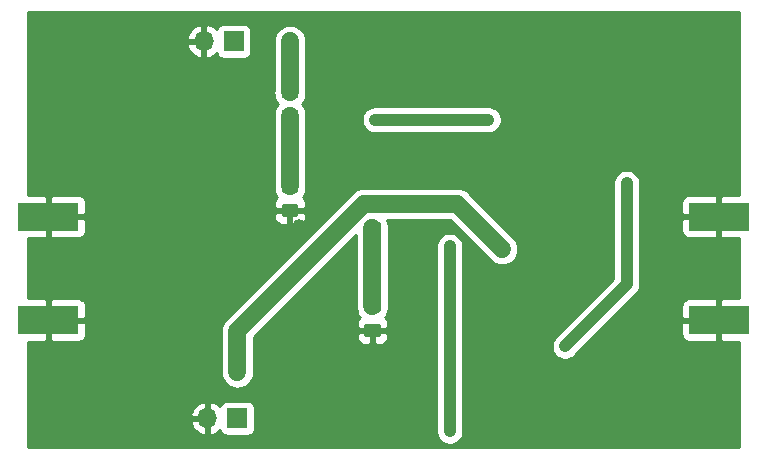
<source format=gbr>
G04 #@! TF.GenerationSoftware,KiCad,Pcbnew,(5.1.5)-3*
G04 #@! TF.CreationDate,2020-03-09T14:50:02-07:00*
G04 #@! TF.ProjectId,PA Rev 4.1,50412052-6576-4203-942e-312e6b696361,rev?*
G04 #@! TF.SameCoordinates,Original*
G04 #@! TF.FileFunction,Copper,L2,Bot*
G04 #@! TF.FilePolarity,Positive*
%FSLAX46Y46*%
G04 Gerber Fmt 4.6, Leading zero omitted, Abs format (unit mm)*
G04 Created by KiCad (PCBNEW (5.1.5)-3) date 2020-03-09 14:50:02*
%MOMM*%
%LPD*%
G04 APERTURE LIST*
%ADD10R,5.080000X2.420000*%
%ADD11C,0.100000*%
%ADD12R,1.700000X1.700000*%
%ADD13O,1.700000X1.700000*%
%ADD14C,1.016000*%
%ADD15C,1.500000*%
%ADD16C,1.000000*%
%ADD17C,0.254000*%
G04 APERTURE END LIST*
D10*
X37904000Y-88708000D03*
X37904000Y-79948000D03*
X94684000Y-88708000D03*
X94684000Y-79948000D03*
G04 #@! TA.AperFunction,SMDPad,CuDef*
D11*
G36*
X65828705Y-80359604D02*
G01*
X65852973Y-80363204D01*
X65876772Y-80369165D01*
X65899871Y-80377430D01*
X65922050Y-80387920D01*
X65943093Y-80400532D01*
X65962799Y-80415147D01*
X65980977Y-80431623D01*
X65997453Y-80449801D01*
X66012068Y-80469507D01*
X66024680Y-80490550D01*
X66035170Y-80512729D01*
X66043435Y-80535828D01*
X66049396Y-80559627D01*
X66052996Y-80583895D01*
X66054200Y-80608399D01*
X66054200Y-81258401D01*
X66052996Y-81282905D01*
X66049396Y-81307173D01*
X66043435Y-81330972D01*
X66035170Y-81354071D01*
X66024680Y-81376250D01*
X66012068Y-81397293D01*
X65997453Y-81416999D01*
X65980977Y-81435177D01*
X65962799Y-81451653D01*
X65943093Y-81466268D01*
X65922050Y-81478880D01*
X65899871Y-81489370D01*
X65876772Y-81497635D01*
X65852973Y-81503596D01*
X65828705Y-81507196D01*
X65804201Y-81508400D01*
X64904199Y-81508400D01*
X64879695Y-81507196D01*
X64855427Y-81503596D01*
X64831628Y-81497635D01*
X64808529Y-81489370D01*
X64786350Y-81478880D01*
X64765307Y-81466268D01*
X64745601Y-81451653D01*
X64727423Y-81435177D01*
X64710947Y-81416999D01*
X64696332Y-81397293D01*
X64683720Y-81376250D01*
X64673230Y-81354071D01*
X64664965Y-81330972D01*
X64659004Y-81307173D01*
X64655404Y-81282905D01*
X64654200Y-81258401D01*
X64654200Y-80608399D01*
X64655404Y-80583895D01*
X64659004Y-80559627D01*
X64664965Y-80535828D01*
X64673230Y-80512729D01*
X64683720Y-80490550D01*
X64696332Y-80469507D01*
X64710947Y-80449801D01*
X64727423Y-80431623D01*
X64745601Y-80415147D01*
X64765307Y-80400532D01*
X64786350Y-80387920D01*
X64808529Y-80377430D01*
X64831628Y-80369165D01*
X64855427Y-80363204D01*
X64879695Y-80359604D01*
X64904199Y-80358400D01*
X65804201Y-80358400D01*
X65828705Y-80359604D01*
G37*
G04 #@! TD.AperFunction*
G04 #@! TA.AperFunction,SMDPad,CuDef*
G36*
X65828705Y-78309604D02*
G01*
X65852973Y-78313204D01*
X65876772Y-78319165D01*
X65899871Y-78327430D01*
X65922050Y-78337920D01*
X65943093Y-78350532D01*
X65962799Y-78365147D01*
X65980977Y-78381623D01*
X65997453Y-78399801D01*
X66012068Y-78419507D01*
X66024680Y-78440550D01*
X66035170Y-78462729D01*
X66043435Y-78485828D01*
X66049396Y-78509627D01*
X66052996Y-78533895D01*
X66054200Y-78558399D01*
X66054200Y-79208401D01*
X66052996Y-79232905D01*
X66049396Y-79257173D01*
X66043435Y-79280972D01*
X66035170Y-79304071D01*
X66024680Y-79326250D01*
X66012068Y-79347293D01*
X65997453Y-79366999D01*
X65980977Y-79385177D01*
X65962799Y-79401653D01*
X65943093Y-79416268D01*
X65922050Y-79428880D01*
X65899871Y-79439370D01*
X65876772Y-79447635D01*
X65852973Y-79453596D01*
X65828705Y-79457196D01*
X65804201Y-79458400D01*
X64904199Y-79458400D01*
X64879695Y-79457196D01*
X64855427Y-79453596D01*
X64831628Y-79447635D01*
X64808529Y-79439370D01*
X64786350Y-79428880D01*
X64765307Y-79416268D01*
X64745601Y-79401653D01*
X64727423Y-79385177D01*
X64710947Y-79366999D01*
X64696332Y-79347293D01*
X64683720Y-79326250D01*
X64673230Y-79304071D01*
X64664965Y-79280972D01*
X64659004Y-79257173D01*
X64655404Y-79232905D01*
X64654200Y-79208401D01*
X64654200Y-78558399D01*
X64655404Y-78533895D01*
X64659004Y-78509627D01*
X64664965Y-78485828D01*
X64673230Y-78462729D01*
X64683720Y-78440550D01*
X64696332Y-78419507D01*
X64710947Y-78399801D01*
X64727423Y-78381623D01*
X64745601Y-78365147D01*
X64765307Y-78350532D01*
X64786350Y-78337920D01*
X64808529Y-78327430D01*
X64831628Y-78319165D01*
X64855427Y-78313204D01*
X64879695Y-78309604D01*
X64904199Y-78308400D01*
X65804201Y-78308400D01*
X65828705Y-78309604D01*
G37*
G04 #@! TD.AperFunction*
G04 #@! TA.AperFunction,SMDPad,CuDef*
G36*
X58843705Y-70863704D02*
G01*
X58867973Y-70867304D01*
X58891772Y-70873265D01*
X58914871Y-70881530D01*
X58937050Y-70892020D01*
X58958093Y-70904632D01*
X58977799Y-70919247D01*
X58995977Y-70935723D01*
X59012453Y-70953901D01*
X59027068Y-70973607D01*
X59039680Y-70994650D01*
X59050170Y-71016829D01*
X59058435Y-71039928D01*
X59064396Y-71063727D01*
X59067996Y-71087995D01*
X59069200Y-71112499D01*
X59069200Y-71762501D01*
X59067996Y-71787005D01*
X59064396Y-71811273D01*
X59058435Y-71835072D01*
X59050170Y-71858171D01*
X59039680Y-71880350D01*
X59027068Y-71901393D01*
X59012453Y-71921099D01*
X58995977Y-71939277D01*
X58977799Y-71955753D01*
X58958093Y-71970368D01*
X58937050Y-71982980D01*
X58914871Y-71993470D01*
X58891772Y-72001735D01*
X58867973Y-72007696D01*
X58843705Y-72011296D01*
X58819201Y-72012500D01*
X57919199Y-72012500D01*
X57894695Y-72011296D01*
X57870427Y-72007696D01*
X57846628Y-72001735D01*
X57823529Y-71993470D01*
X57801350Y-71982980D01*
X57780307Y-71970368D01*
X57760601Y-71955753D01*
X57742423Y-71939277D01*
X57725947Y-71921099D01*
X57711332Y-71901393D01*
X57698720Y-71880350D01*
X57688230Y-71858171D01*
X57679965Y-71835072D01*
X57674004Y-71811273D01*
X57670404Y-71787005D01*
X57669200Y-71762501D01*
X57669200Y-71112499D01*
X57670404Y-71087995D01*
X57674004Y-71063727D01*
X57679965Y-71039928D01*
X57688230Y-71016829D01*
X57698720Y-70994650D01*
X57711332Y-70973607D01*
X57725947Y-70953901D01*
X57742423Y-70935723D01*
X57760601Y-70919247D01*
X57780307Y-70904632D01*
X57801350Y-70892020D01*
X57823529Y-70881530D01*
X57846628Y-70873265D01*
X57870427Y-70867304D01*
X57894695Y-70863704D01*
X57919199Y-70862500D01*
X58819201Y-70862500D01*
X58843705Y-70863704D01*
G37*
G04 #@! TD.AperFunction*
G04 #@! TA.AperFunction,SMDPad,CuDef*
G36*
X58843705Y-68813704D02*
G01*
X58867973Y-68817304D01*
X58891772Y-68823265D01*
X58914871Y-68831530D01*
X58937050Y-68842020D01*
X58958093Y-68854632D01*
X58977799Y-68869247D01*
X58995977Y-68885723D01*
X59012453Y-68903901D01*
X59027068Y-68923607D01*
X59039680Y-68944650D01*
X59050170Y-68966829D01*
X59058435Y-68989928D01*
X59064396Y-69013727D01*
X59067996Y-69037995D01*
X59069200Y-69062499D01*
X59069200Y-69712501D01*
X59067996Y-69737005D01*
X59064396Y-69761273D01*
X59058435Y-69785072D01*
X59050170Y-69808171D01*
X59039680Y-69830350D01*
X59027068Y-69851393D01*
X59012453Y-69871099D01*
X58995977Y-69889277D01*
X58977799Y-69905753D01*
X58958093Y-69920368D01*
X58937050Y-69932980D01*
X58914871Y-69943470D01*
X58891772Y-69951735D01*
X58867973Y-69957696D01*
X58843705Y-69961296D01*
X58819201Y-69962500D01*
X57919199Y-69962500D01*
X57894695Y-69961296D01*
X57870427Y-69957696D01*
X57846628Y-69951735D01*
X57823529Y-69943470D01*
X57801350Y-69932980D01*
X57780307Y-69920368D01*
X57760601Y-69905753D01*
X57742423Y-69889277D01*
X57725947Y-69871099D01*
X57711332Y-69851393D01*
X57698720Y-69830350D01*
X57688230Y-69808171D01*
X57679965Y-69785072D01*
X57674004Y-69761273D01*
X57670404Y-69737005D01*
X57669200Y-69712501D01*
X57669200Y-69062499D01*
X57670404Y-69037995D01*
X57674004Y-69013727D01*
X57679965Y-68989928D01*
X57688230Y-68966829D01*
X57698720Y-68944650D01*
X57711332Y-68923607D01*
X57725947Y-68903901D01*
X57742423Y-68885723D01*
X57760601Y-68869247D01*
X57780307Y-68854632D01*
X57801350Y-68842020D01*
X57823529Y-68831530D01*
X57846628Y-68823265D01*
X57870427Y-68817304D01*
X57894695Y-68813704D01*
X57919199Y-68812500D01*
X58819201Y-68812500D01*
X58843705Y-68813704D01*
G37*
G04 #@! TD.AperFunction*
G04 #@! TA.AperFunction,SMDPad,CuDef*
G36*
X65828705Y-89004604D02*
G01*
X65852973Y-89008204D01*
X65876772Y-89014165D01*
X65899871Y-89022430D01*
X65922050Y-89032920D01*
X65943093Y-89045532D01*
X65962799Y-89060147D01*
X65980977Y-89076623D01*
X65997453Y-89094801D01*
X66012068Y-89114507D01*
X66024680Y-89135550D01*
X66035170Y-89157729D01*
X66043435Y-89180828D01*
X66049396Y-89204627D01*
X66052996Y-89228895D01*
X66054200Y-89253399D01*
X66054200Y-89903401D01*
X66052996Y-89927905D01*
X66049396Y-89952173D01*
X66043435Y-89975972D01*
X66035170Y-89999071D01*
X66024680Y-90021250D01*
X66012068Y-90042293D01*
X65997453Y-90061999D01*
X65980977Y-90080177D01*
X65962799Y-90096653D01*
X65943093Y-90111268D01*
X65922050Y-90123880D01*
X65899871Y-90134370D01*
X65876772Y-90142635D01*
X65852973Y-90148596D01*
X65828705Y-90152196D01*
X65804201Y-90153400D01*
X64904199Y-90153400D01*
X64879695Y-90152196D01*
X64855427Y-90148596D01*
X64831628Y-90142635D01*
X64808529Y-90134370D01*
X64786350Y-90123880D01*
X64765307Y-90111268D01*
X64745601Y-90096653D01*
X64727423Y-90080177D01*
X64710947Y-90061999D01*
X64696332Y-90042293D01*
X64683720Y-90021250D01*
X64673230Y-89999071D01*
X64664965Y-89975972D01*
X64659004Y-89952173D01*
X64655404Y-89927905D01*
X64654200Y-89903401D01*
X64654200Y-89253399D01*
X64655404Y-89228895D01*
X64659004Y-89204627D01*
X64664965Y-89180828D01*
X64673230Y-89157729D01*
X64683720Y-89135550D01*
X64696332Y-89114507D01*
X64710947Y-89094801D01*
X64727423Y-89076623D01*
X64745601Y-89060147D01*
X64765307Y-89045532D01*
X64786350Y-89032920D01*
X64808529Y-89022430D01*
X64831628Y-89014165D01*
X64855427Y-89008204D01*
X64879695Y-89004604D01*
X64904199Y-89003400D01*
X65804201Y-89003400D01*
X65828705Y-89004604D01*
G37*
G04 #@! TD.AperFunction*
G04 #@! TA.AperFunction,SMDPad,CuDef*
G36*
X65828705Y-86954604D02*
G01*
X65852973Y-86958204D01*
X65876772Y-86964165D01*
X65899871Y-86972430D01*
X65922050Y-86982920D01*
X65943093Y-86995532D01*
X65962799Y-87010147D01*
X65980977Y-87026623D01*
X65997453Y-87044801D01*
X66012068Y-87064507D01*
X66024680Y-87085550D01*
X66035170Y-87107729D01*
X66043435Y-87130828D01*
X66049396Y-87154627D01*
X66052996Y-87178895D01*
X66054200Y-87203399D01*
X66054200Y-87853401D01*
X66052996Y-87877905D01*
X66049396Y-87902173D01*
X66043435Y-87925972D01*
X66035170Y-87949071D01*
X66024680Y-87971250D01*
X66012068Y-87992293D01*
X65997453Y-88011999D01*
X65980977Y-88030177D01*
X65962799Y-88046653D01*
X65943093Y-88061268D01*
X65922050Y-88073880D01*
X65899871Y-88084370D01*
X65876772Y-88092635D01*
X65852973Y-88098596D01*
X65828705Y-88102196D01*
X65804201Y-88103400D01*
X64904199Y-88103400D01*
X64879695Y-88102196D01*
X64855427Y-88098596D01*
X64831628Y-88092635D01*
X64808529Y-88084370D01*
X64786350Y-88073880D01*
X64765307Y-88061268D01*
X64745601Y-88046653D01*
X64727423Y-88030177D01*
X64710947Y-88011999D01*
X64696332Y-87992293D01*
X64683720Y-87971250D01*
X64673230Y-87949071D01*
X64664965Y-87925972D01*
X64659004Y-87902173D01*
X64655404Y-87877905D01*
X64654200Y-87853401D01*
X64654200Y-87203399D01*
X64655404Y-87178895D01*
X64659004Y-87154627D01*
X64664965Y-87130828D01*
X64673230Y-87107729D01*
X64683720Y-87085550D01*
X64696332Y-87064507D01*
X64710947Y-87044801D01*
X64727423Y-87026623D01*
X64745601Y-87010147D01*
X64765307Y-86995532D01*
X64786350Y-86982920D01*
X64808529Y-86972430D01*
X64831628Y-86964165D01*
X64855427Y-86958204D01*
X64879695Y-86954604D01*
X64904199Y-86953400D01*
X65804201Y-86953400D01*
X65828705Y-86954604D01*
G37*
G04 #@! TD.AperFunction*
G04 #@! TA.AperFunction,SMDPad,CuDef*
G36*
X58843705Y-78844604D02*
G01*
X58867973Y-78848204D01*
X58891772Y-78854165D01*
X58914871Y-78862430D01*
X58937050Y-78872920D01*
X58958093Y-78885532D01*
X58977799Y-78900147D01*
X58995977Y-78916623D01*
X59012453Y-78934801D01*
X59027068Y-78954507D01*
X59039680Y-78975550D01*
X59050170Y-78997729D01*
X59058435Y-79020828D01*
X59064396Y-79044627D01*
X59067996Y-79068895D01*
X59069200Y-79093399D01*
X59069200Y-79743401D01*
X59067996Y-79767905D01*
X59064396Y-79792173D01*
X59058435Y-79815972D01*
X59050170Y-79839071D01*
X59039680Y-79861250D01*
X59027068Y-79882293D01*
X59012453Y-79901999D01*
X58995977Y-79920177D01*
X58977799Y-79936653D01*
X58958093Y-79951268D01*
X58937050Y-79963880D01*
X58914871Y-79974370D01*
X58891772Y-79982635D01*
X58867973Y-79988596D01*
X58843705Y-79992196D01*
X58819201Y-79993400D01*
X57919199Y-79993400D01*
X57894695Y-79992196D01*
X57870427Y-79988596D01*
X57846628Y-79982635D01*
X57823529Y-79974370D01*
X57801350Y-79963880D01*
X57780307Y-79951268D01*
X57760601Y-79936653D01*
X57742423Y-79920177D01*
X57725947Y-79901999D01*
X57711332Y-79882293D01*
X57698720Y-79861250D01*
X57688230Y-79839071D01*
X57679965Y-79815972D01*
X57674004Y-79792173D01*
X57670404Y-79767905D01*
X57669200Y-79743401D01*
X57669200Y-79093399D01*
X57670404Y-79068895D01*
X57674004Y-79044627D01*
X57679965Y-79020828D01*
X57688230Y-78997729D01*
X57698720Y-78975550D01*
X57711332Y-78954507D01*
X57725947Y-78934801D01*
X57742423Y-78916623D01*
X57760601Y-78900147D01*
X57780307Y-78885532D01*
X57801350Y-78872920D01*
X57823529Y-78862430D01*
X57846628Y-78854165D01*
X57870427Y-78848204D01*
X57894695Y-78844604D01*
X57919199Y-78843400D01*
X58819201Y-78843400D01*
X58843705Y-78844604D01*
G37*
G04 #@! TD.AperFunction*
G04 #@! TA.AperFunction,SMDPad,CuDef*
G36*
X58843705Y-76794604D02*
G01*
X58867973Y-76798204D01*
X58891772Y-76804165D01*
X58914871Y-76812430D01*
X58937050Y-76822920D01*
X58958093Y-76835532D01*
X58977799Y-76850147D01*
X58995977Y-76866623D01*
X59012453Y-76884801D01*
X59027068Y-76904507D01*
X59039680Y-76925550D01*
X59050170Y-76947729D01*
X59058435Y-76970828D01*
X59064396Y-76994627D01*
X59067996Y-77018895D01*
X59069200Y-77043399D01*
X59069200Y-77693401D01*
X59067996Y-77717905D01*
X59064396Y-77742173D01*
X59058435Y-77765972D01*
X59050170Y-77789071D01*
X59039680Y-77811250D01*
X59027068Y-77832293D01*
X59012453Y-77851999D01*
X58995977Y-77870177D01*
X58977799Y-77886653D01*
X58958093Y-77901268D01*
X58937050Y-77913880D01*
X58914871Y-77924370D01*
X58891772Y-77932635D01*
X58867973Y-77938596D01*
X58843705Y-77942196D01*
X58819201Y-77943400D01*
X57919199Y-77943400D01*
X57894695Y-77942196D01*
X57870427Y-77938596D01*
X57846628Y-77932635D01*
X57823529Y-77924370D01*
X57801350Y-77913880D01*
X57780307Y-77901268D01*
X57760601Y-77886653D01*
X57742423Y-77870177D01*
X57725947Y-77851999D01*
X57711332Y-77832293D01*
X57698720Y-77811250D01*
X57688230Y-77789071D01*
X57679965Y-77765972D01*
X57674004Y-77742173D01*
X57670404Y-77717905D01*
X57669200Y-77693401D01*
X57669200Y-77043399D01*
X57670404Y-77018895D01*
X57674004Y-76994627D01*
X57679965Y-76970828D01*
X57688230Y-76947729D01*
X57698720Y-76925550D01*
X57711332Y-76904507D01*
X57725947Y-76884801D01*
X57742423Y-76866623D01*
X57760601Y-76850147D01*
X57780307Y-76835532D01*
X57801350Y-76822920D01*
X57823529Y-76812430D01*
X57846628Y-76804165D01*
X57870427Y-76798204D01*
X57894695Y-76794604D01*
X57919199Y-76793400D01*
X58819201Y-76793400D01*
X58843705Y-76794604D01*
G37*
G04 #@! TD.AperFunction*
D12*
X53924200Y-97017840D03*
D13*
X51384200Y-97017840D03*
X51071780Y-65105280D03*
D12*
X53611780Y-65105280D03*
D14*
X59105800Y-80670400D03*
X82463640Y-72379840D03*
X76316840Y-82692240D03*
X53924200Y-93116400D03*
X58361580Y-65105280D03*
X65354200Y-84328000D03*
X58361580Y-74757280D03*
X86878160Y-77129640D03*
X81654340Y-90916760D03*
X71882000Y-82448400D03*
X71882000Y-98132900D03*
X65572640Y-71755000D03*
X75142220Y-71740900D03*
D15*
X72508000Y-78883400D02*
X76316840Y-82692240D01*
X65354200Y-78883400D02*
X72508000Y-78883400D01*
X64654200Y-78883400D02*
X65354200Y-78883400D01*
X53924200Y-89613400D02*
X64654200Y-78883400D01*
X53924200Y-93116400D02*
X53924200Y-89613400D01*
X58361580Y-69379880D02*
X58369200Y-69387500D01*
X58361580Y-65105280D02*
X58361580Y-69379880D01*
X65354200Y-80933400D02*
X65354200Y-87528400D01*
X58369200Y-71437500D02*
X58369200Y-77368400D01*
D16*
X86878160Y-85692940D02*
X86878160Y-77129640D01*
X81654340Y-90916760D02*
X86878160Y-85692940D01*
X71882000Y-82448400D02*
X71882000Y-98132900D01*
X65586740Y-71740900D02*
X65572640Y-71755000D01*
X75142220Y-71740900D02*
X65586740Y-71740900D01*
D17*
G36*
X96368000Y-78101095D02*
G01*
X94969750Y-78103000D01*
X94811000Y-78261750D01*
X94811000Y-79821000D01*
X94831000Y-79821000D01*
X94831000Y-80075000D01*
X94811000Y-80075000D01*
X94811000Y-81634250D01*
X94969750Y-81793000D01*
X96368001Y-81794905D01*
X96368001Y-86861095D01*
X94969750Y-86863000D01*
X94811000Y-87021750D01*
X94811000Y-88581000D01*
X94831000Y-88581000D01*
X94831000Y-88835000D01*
X94811000Y-88835000D01*
X94811000Y-90394250D01*
X94969750Y-90553000D01*
X96368001Y-90554905D01*
X96368001Y-99416000D01*
X36220000Y-99416000D01*
X36220000Y-97374731D01*
X49942719Y-97374731D01*
X50040043Y-97649092D01*
X50189022Y-97899195D01*
X50383931Y-98115428D01*
X50617280Y-98289481D01*
X50880101Y-98414665D01*
X51027310Y-98459316D01*
X51257200Y-98337995D01*
X51257200Y-97144840D01*
X50063386Y-97144840D01*
X49942719Y-97374731D01*
X36220000Y-97374731D01*
X36220000Y-96660949D01*
X49942719Y-96660949D01*
X50063386Y-96890840D01*
X51257200Y-96890840D01*
X51257200Y-95697685D01*
X51511200Y-95697685D01*
X51511200Y-96890840D01*
X51531200Y-96890840D01*
X51531200Y-97144840D01*
X51511200Y-97144840D01*
X51511200Y-98337995D01*
X51741090Y-98459316D01*
X51888299Y-98414665D01*
X52151120Y-98289481D01*
X52384469Y-98115428D01*
X52460234Y-98031374D01*
X52484698Y-98112020D01*
X52543663Y-98222334D01*
X52623015Y-98319025D01*
X52719706Y-98398377D01*
X52830020Y-98457342D01*
X52949718Y-98493652D01*
X53074200Y-98505912D01*
X54774200Y-98505912D01*
X54898682Y-98493652D01*
X55018380Y-98457342D01*
X55128694Y-98398377D01*
X55225385Y-98319025D01*
X55304737Y-98222334D01*
X55363702Y-98112020D01*
X55400012Y-97992322D01*
X55412272Y-97867840D01*
X55412272Y-96167840D01*
X55400012Y-96043358D01*
X55363702Y-95923660D01*
X55304737Y-95813346D01*
X55225385Y-95716655D01*
X55128694Y-95637303D01*
X55018380Y-95578338D01*
X54898682Y-95542028D01*
X54774200Y-95529768D01*
X53074200Y-95529768D01*
X52949718Y-95542028D01*
X52830020Y-95578338D01*
X52719706Y-95637303D01*
X52623015Y-95716655D01*
X52543663Y-95813346D01*
X52484698Y-95923660D01*
X52460234Y-96004306D01*
X52384469Y-95920252D01*
X52151120Y-95746199D01*
X51888299Y-95621015D01*
X51741090Y-95576364D01*
X51511200Y-95697685D01*
X51257200Y-95697685D01*
X51027310Y-95576364D01*
X50880101Y-95621015D01*
X50617280Y-95746199D01*
X50383931Y-95920252D01*
X50189022Y-96136485D01*
X50040043Y-96386588D01*
X49942719Y-96660949D01*
X36220000Y-96660949D01*
X36220000Y-90554905D01*
X37618250Y-90553000D01*
X37777000Y-90394250D01*
X37777000Y-88835000D01*
X38031000Y-88835000D01*
X38031000Y-90394250D01*
X38189750Y-90553000D01*
X40444000Y-90556072D01*
X40568482Y-90543812D01*
X40688180Y-90507502D01*
X40798494Y-90448537D01*
X40895185Y-90369185D01*
X40974537Y-90272494D01*
X41033502Y-90162180D01*
X41069812Y-90042482D01*
X41082072Y-89918000D01*
X41081060Y-89613400D01*
X52532500Y-89613400D01*
X52539201Y-89681439D01*
X52539200Y-93184436D01*
X52559240Y-93387906D01*
X52638436Y-93648980D01*
X52767043Y-93889587D01*
X52940119Y-94100480D01*
X53151012Y-94273557D01*
X53391619Y-94402164D01*
X53652693Y-94481360D01*
X53924200Y-94508101D01*
X54195706Y-94481360D01*
X54456780Y-94402164D01*
X54697387Y-94273557D01*
X54908280Y-94100481D01*
X55081357Y-93889588D01*
X55209964Y-93648981D01*
X55289160Y-93387907D01*
X55309200Y-93184437D01*
X55309200Y-90187085D01*
X55342885Y-90153400D01*
X64016128Y-90153400D01*
X64028388Y-90277882D01*
X64064698Y-90397580D01*
X64123663Y-90507894D01*
X64203015Y-90604585D01*
X64299706Y-90683937D01*
X64410020Y-90742902D01*
X64529718Y-90779212D01*
X64654200Y-90791472D01*
X65068450Y-90788400D01*
X65227200Y-90629650D01*
X65227200Y-89705400D01*
X65481200Y-89705400D01*
X65481200Y-90629650D01*
X65639950Y-90788400D01*
X66054200Y-90791472D01*
X66178682Y-90779212D01*
X66298380Y-90742902D01*
X66408694Y-90683937D01*
X66505385Y-90604585D01*
X66584737Y-90507894D01*
X66643702Y-90397580D01*
X66680012Y-90277882D01*
X66692272Y-90153400D01*
X66689200Y-89864150D01*
X66530450Y-89705400D01*
X65481200Y-89705400D01*
X65227200Y-89705400D01*
X64177950Y-89705400D01*
X64019200Y-89864150D01*
X64016128Y-90153400D01*
X55342885Y-90153400D01*
X63969200Y-81527086D01*
X63969201Y-87596437D01*
X63989241Y-87799907D01*
X64021253Y-87905436D01*
X64033192Y-88026655D01*
X64083728Y-88193251D01*
X64165795Y-88346787D01*
X64276238Y-88481362D01*
X64282794Y-88486742D01*
X64203015Y-88552215D01*
X64123663Y-88648906D01*
X64064698Y-88759220D01*
X64028388Y-88878918D01*
X64016128Y-89003400D01*
X64019200Y-89292650D01*
X64177950Y-89451400D01*
X65227200Y-89451400D01*
X65227200Y-89431400D01*
X65481200Y-89431400D01*
X65481200Y-89451400D01*
X66530450Y-89451400D01*
X66689200Y-89292650D01*
X66692272Y-89003400D01*
X66680012Y-88878918D01*
X66643702Y-88759220D01*
X66584737Y-88648906D01*
X66505385Y-88552215D01*
X66425606Y-88486742D01*
X66432162Y-88481362D01*
X66542605Y-88346787D01*
X66624672Y-88193251D01*
X66675208Y-88026655D01*
X66687146Y-87905441D01*
X66719160Y-87799907D01*
X66739200Y-87596437D01*
X66739200Y-82335824D01*
X70739000Y-82335824D01*
X70739000Y-82560976D01*
X70747000Y-82601195D01*
X70747001Y-97980100D01*
X70739000Y-98020324D01*
X70739000Y-98245476D01*
X70782925Y-98466301D01*
X70869087Y-98674313D01*
X70994174Y-98861520D01*
X71153380Y-99020726D01*
X71340587Y-99145813D01*
X71548599Y-99231975D01*
X71769424Y-99275900D01*
X71994576Y-99275900D01*
X72215401Y-99231975D01*
X72423413Y-99145813D01*
X72610620Y-99020726D01*
X72769826Y-98861520D01*
X72894913Y-98674313D01*
X72981075Y-98466301D01*
X73025000Y-98245476D01*
X73025000Y-98020324D01*
X73017000Y-97980105D01*
X73017000Y-90804184D01*
X80511340Y-90804184D01*
X80511340Y-91029336D01*
X80555265Y-91250161D01*
X80641427Y-91458173D01*
X80766514Y-91645380D01*
X80925720Y-91804586D01*
X81112927Y-91929673D01*
X81320939Y-92015835D01*
X81541764Y-92059760D01*
X81766916Y-92059760D01*
X81987741Y-92015835D01*
X82195753Y-91929673D01*
X82382960Y-91804586D01*
X82542166Y-91645380D01*
X82564950Y-91611281D01*
X84258231Y-89918000D01*
X91505928Y-89918000D01*
X91518188Y-90042482D01*
X91554498Y-90162180D01*
X91613463Y-90272494D01*
X91692815Y-90369185D01*
X91789506Y-90448537D01*
X91899820Y-90507502D01*
X92019518Y-90543812D01*
X92144000Y-90556072D01*
X94398250Y-90553000D01*
X94557000Y-90394250D01*
X94557000Y-88835000D01*
X91667750Y-88835000D01*
X91509000Y-88993750D01*
X91505928Y-89918000D01*
X84258231Y-89918000D01*
X86678231Y-87498000D01*
X91505928Y-87498000D01*
X91509000Y-88422250D01*
X91667750Y-88581000D01*
X94557000Y-88581000D01*
X94557000Y-87021750D01*
X94398250Y-86863000D01*
X92144000Y-86859928D01*
X92019518Y-86872188D01*
X91899820Y-86908498D01*
X91789506Y-86967463D01*
X91692815Y-87046815D01*
X91613463Y-87143506D01*
X91554498Y-87253820D01*
X91518188Y-87373518D01*
X91505928Y-87498000D01*
X86678231Y-87498000D01*
X87641301Y-86534931D01*
X87684609Y-86499389D01*
X87826444Y-86326563D01*
X87931836Y-86129387D01*
X87996737Y-85915439D01*
X88013160Y-85748692D01*
X88013160Y-85748691D01*
X88018651Y-85692941D01*
X88013160Y-85637189D01*
X88013160Y-81158000D01*
X91505928Y-81158000D01*
X91518188Y-81282482D01*
X91554498Y-81402180D01*
X91613463Y-81512494D01*
X91692815Y-81609185D01*
X91789506Y-81688537D01*
X91899820Y-81747502D01*
X92019518Y-81783812D01*
X92144000Y-81796072D01*
X94398250Y-81793000D01*
X94557000Y-81634250D01*
X94557000Y-80075000D01*
X91667750Y-80075000D01*
X91509000Y-80233750D01*
X91505928Y-81158000D01*
X88013160Y-81158000D01*
X88013160Y-78738000D01*
X91505928Y-78738000D01*
X91509000Y-79662250D01*
X91667750Y-79821000D01*
X94557000Y-79821000D01*
X94557000Y-78261750D01*
X94398250Y-78103000D01*
X92144000Y-78099928D01*
X92019518Y-78112188D01*
X91899820Y-78148498D01*
X91789506Y-78207463D01*
X91692815Y-78286815D01*
X91613463Y-78383506D01*
X91554498Y-78493820D01*
X91518188Y-78613518D01*
X91505928Y-78738000D01*
X88013160Y-78738000D01*
X88013160Y-77282435D01*
X88021160Y-77242216D01*
X88021160Y-77017064D01*
X87977235Y-76796239D01*
X87891073Y-76588227D01*
X87765986Y-76401020D01*
X87606780Y-76241814D01*
X87419573Y-76116727D01*
X87211561Y-76030565D01*
X86990736Y-75986640D01*
X86765584Y-75986640D01*
X86544759Y-76030565D01*
X86336747Y-76116727D01*
X86149540Y-76241814D01*
X85990334Y-76401020D01*
X85865247Y-76588227D01*
X85779085Y-76796239D01*
X85735160Y-77017064D01*
X85735160Y-77242216D01*
X85743161Y-77282439D01*
X85743160Y-85222808D01*
X80959819Y-90006150D01*
X80925720Y-90028934D01*
X80766514Y-90188140D01*
X80641427Y-90375347D01*
X80555265Y-90583359D01*
X80511340Y-90804184D01*
X73017000Y-90804184D01*
X73017000Y-82601195D01*
X73025000Y-82560976D01*
X73025000Y-82335824D01*
X72981075Y-82114999D01*
X72894913Y-81906987D01*
X72769826Y-81719780D01*
X72610620Y-81560574D01*
X72423413Y-81435487D01*
X72215401Y-81349325D01*
X71994576Y-81305400D01*
X71769424Y-81305400D01*
X71548599Y-81349325D01*
X71340587Y-81435487D01*
X71153380Y-81560574D01*
X70994174Y-81719780D01*
X70869087Y-81906987D01*
X70782925Y-82114999D01*
X70739000Y-82335824D01*
X66739200Y-82335824D01*
X66739200Y-80865363D01*
X66719160Y-80661893D01*
X66687146Y-80556359D01*
X66675208Y-80435145D01*
X66624672Y-80268549D01*
X66624592Y-80268400D01*
X71934315Y-80268400D01*
X75385606Y-83719692D01*
X75543651Y-83849396D01*
X75784259Y-83978003D01*
X76045332Y-84057199D01*
X76316839Y-84083940D01*
X76588346Y-84057199D01*
X76849420Y-83978003D01*
X77090027Y-83849396D01*
X77300921Y-83676321D01*
X77473996Y-83465427D01*
X77602603Y-83224820D01*
X77681799Y-82963746D01*
X77708540Y-82692239D01*
X77681799Y-82420732D01*
X77602603Y-82159659D01*
X77473996Y-81919051D01*
X77344292Y-81761006D01*
X73535454Y-77952169D01*
X73492081Y-77899319D01*
X73281188Y-77726243D01*
X73040581Y-77597636D01*
X72779507Y-77518440D01*
X72576037Y-77498400D01*
X72576029Y-77498400D01*
X72508000Y-77491700D01*
X72439971Y-77498400D01*
X64722237Y-77498400D01*
X64654200Y-77491699D01*
X64382693Y-77518440D01*
X64121619Y-77597636D01*
X63881012Y-77726243D01*
X63722966Y-77855948D01*
X63722964Y-77855950D01*
X63670119Y-77899319D01*
X63626750Y-77952164D01*
X52992964Y-88585950D01*
X52940120Y-88629319D01*
X52896751Y-88682164D01*
X52896748Y-88682167D01*
X52767044Y-88840212D01*
X52638436Y-89080820D01*
X52559240Y-89341893D01*
X52532500Y-89613400D01*
X41081060Y-89613400D01*
X41079000Y-88993750D01*
X40920250Y-88835000D01*
X38031000Y-88835000D01*
X37777000Y-88835000D01*
X37757000Y-88835000D01*
X37757000Y-88581000D01*
X37777000Y-88581000D01*
X37777000Y-87021750D01*
X38031000Y-87021750D01*
X38031000Y-88581000D01*
X40920250Y-88581000D01*
X41079000Y-88422250D01*
X41082072Y-87498000D01*
X41069812Y-87373518D01*
X41033502Y-87253820D01*
X40974537Y-87143506D01*
X40895185Y-87046815D01*
X40798494Y-86967463D01*
X40688180Y-86908498D01*
X40568482Y-86872188D01*
X40444000Y-86859928D01*
X38189750Y-86863000D01*
X38031000Y-87021750D01*
X37777000Y-87021750D01*
X37618250Y-86863000D01*
X36220000Y-86861095D01*
X36220000Y-81794905D01*
X37618250Y-81793000D01*
X37777000Y-81634250D01*
X37777000Y-80075000D01*
X38031000Y-80075000D01*
X38031000Y-81634250D01*
X38189750Y-81793000D01*
X40444000Y-81796072D01*
X40568482Y-81783812D01*
X40688180Y-81747502D01*
X40798494Y-81688537D01*
X40895185Y-81609185D01*
X40974537Y-81512494D01*
X41033502Y-81402180D01*
X41069812Y-81282482D01*
X41082072Y-81158000D01*
X41079000Y-80233750D01*
X40920250Y-80075000D01*
X38031000Y-80075000D01*
X37777000Y-80075000D01*
X37757000Y-80075000D01*
X37757000Y-79993400D01*
X57031128Y-79993400D01*
X57043388Y-80117882D01*
X57079698Y-80237580D01*
X57138663Y-80347894D01*
X57218015Y-80444585D01*
X57314706Y-80523937D01*
X57425020Y-80582902D01*
X57544718Y-80619212D01*
X57669200Y-80631472D01*
X58083450Y-80628400D01*
X58242200Y-80469650D01*
X58242200Y-79545400D01*
X58496200Y-79545400D01*
X58496200Y-80469650D01*
X58654950Y-80628400D01*
X59069200Y-80631472D01*
X59193682Y-80619212D01*
X59313380Y-80582902D01*
X59423694Y-80523937D01*
X59520385Y-80444585D01*
X59599737Y-80347894D01*
X59658702Y-80237580D01*
X59695012Y-80117882D01*
X59707272Y-79993400D01*
X59704200Y-79704150D01*
X59545450Y-79545400D01*
X58496200Y-79545400D01*
X58242200Y-79545400D01*
X57192950Y-79545400D01*
X57034200Y-79704150D01*
X57031128Y-79993400D01*
X37757000Y-79993400D01*
X37757000Y-79821000D01*
X37777000Y-79821000D01*
X37777000Y-78261750D01*
X38031000Y-78261750D01*
X38031000Y-79821000D01*
X40920250Y-79821000D01*
X41079000Y-79662250D01*
X41082072Y-78738000D01*
X41069812Y-78613518D01*
X41033502Y-78493820D01*
X40974537Y-78383506D01*
X40895185Y-78286815D01*
X40798494Y-78207463D01*
X40688180Y-78148498D01*
X40568482Y-78112188D01*
X40444000Y-78099928D01*
X38189750Y-78103000D01*
X38031000Y-78261750D01*
X37777000Y-78261750D01*
X37618250Y-78103000D01*
X36220000Y-78101095D01*
X36220000Y-69379880D01*
X56969880Y-69379880D01*
X56996620Y-69651387D01*
X57038806Y-69790454D01*
X57048192Y-69885755D01*
X57098728Y-70052351D01*
X57180795Y-70205887D01*
X57291238Y-70340462D01*
X57379016Y-70412500D01*
X57291238Y-70484538D01*
X57180795Y-70619113D01*
X57098728Y-70772649D01*
X57048192Y-70939245D01*
X57036253Y-71060460D01*
X57004240Y-71165994D01*
X56984200Y-71369464D01*
X56984201Y-77436437D01*
X57004241Y-77639907D01*
X57036253Y-77745436D01*
X57048192Y-77866655D01*
X57098728Y-78033251D01*
X57180795Y-78186787D01*
X57291238Y-78321362D01*
X57297794Y-78326742D01*
X57218015Y-78392215D01*
X57138663Y-78488906D01*
X57079698Y-78599220D01*
X57043388Y-78718918D01*
X57031128Y-78843400D01*
X57034200Y-79132650D01*
X57192950Y-79291400D01*
X58242200Y-79291400D01*
X58242200Y-79271400D01*
X58496200Y-79271400D01*
X58496200Y-79291400D01*
X59545450Y-79291400D01*
X59704200Y-79132650D01*
X59707272Y-78843400D01*
X59695012Y-78718918D01*
X59658702Y-78599220D01*
X59599737Y-78488906D01*
X59520385Y-78392215D01*
X59440606Y-78326742D01*
X59447162Y-78321362D01*
X59557605Y-78186787D01*
X59639672Y-78033251D01*
X59690208Y-77866655D01*
X59702146Y-77745441D01*
X59734160Y-77639907D01*
X59754200Y-77436437D01*
X59754200Y-71642424D01*
X64429640Y-71642424D01*
X64429640Y-71867576D01*
X64473565Y-72088401D01*
X64559727Y-72296413D01*
X64684814Y-72483620D01*
X64844020Y-72642826D01*
X65031227Y-72767913D01*
X65239239Y-72854075D01*
X65460064Y-72898000D01*
X65685216Y-72898000D01*
X65796320Y-72875900D01*
X74989425Y-72875900D01*
X75029644Y-72883900D01*
X75254796Y-72883900D01*
X75475621Y-72839975D01*
X75683633Y-72753813D01*
X75870840Y-72628726D01*
X76030046Y-72469520D01*
X76155133Y-72282313D01*
X76241295Y-72074301D01*
X76285220Y-71853476D01*
X76285220Y-71628324D01*
X76241295Y-71407499D01*
X76155133Y-71199487D01*
X76030046Y-71012280D01*
X75870840Y-70853074D01*
X75683633Y-70727987D01*
X75475621Y-70641825D01*
X75254796Y-70597900D01*
X75029644Y-70597900D01*
X74989425Y-70605900D01*
X65642481Y-70605900D01*
X65586739Y-70600410D01*
X65530998Y-70605900D01*
X65530988Y-70605900D01*
X65469053Y-70612000D01*
X65460064Y-70612000D01*
X65451248Y-70613754D01*
X65364241Y-70622323D01*
X65280578Y-70647702D01*
X65239239Y-70655925D01*
X65200298Y-70672055D01*
X65150293Y-70687224D01*
X65104206Y-70711858D01*
X65031227Y-70742087D01*
X64965552Y-70785969D01*
X64953117Y-70792616D01*
X64942218Y-70801560D01*
X64844020Y-70867174D01*
X64684814Y-71026380D01*
X64559727Y-71213587D01*
X64473565Y-71421599D01*
X64429640Y-71642424D01*
X59754200Y-71642424D01*
X59754200Y-71369463D01*
X59734160Y-71165993D01*
X59702146Y-71060459D01*
X59690208Y-70939245D01*
X59639672Y-70772649D01*
X59557605Y-70619113D01*
X59447162Y-70484538D01*
X59359384Y-70412500D01*
X59447162Y-70340462D01*
X59557605Y-70205887D01*
X59639672Y-70052351D01*
X59690208Y-69885755D01*
X59702147Y-69764535D01*
X59734159Y-69659006D01*
X59760900Y-69387499D01*
X59746580Y-69242106D01*
X59746580Y-65037243D01*
X59726540Y-64833773D01*
X59647344Y-64572699D01*
X59518737Y-64332092D01*
X59345660Y-64121199D01*
X59134767Y-63948123D01*
X58894160Y-63819516D01*
X58633086Y-63740320D01*
X58361580Y-63713579D01*
X58090073Y-63740320D01*
X57828999Y-63819516D01*
X57588392Y-63948123D01*
X57377499Y-64121200D01*
X57204423Y-64332093D01*
X57075816Y-64572700D01*
X56996620Y-64833774D01*
X56976580Y-65037244D01*
X56976581Y-69311841D01*
X56969880Y-69379880D01*
X36220000Y-69379880D01*
X36220000Y-65462171D01*
X49630299Y-65462171D01*
X49727623Y-65736532D01*
X49876602Y-65986635D01*
X50071511Y-66202868D01*
X50304860Y-66376921D01*
X50567681Y-66502105D01*
X50714890Y-66546756D01*
X50944780Y-66425435D01*
X50944780Y-65232280D01*
X49750966Y-65232280D01*
X49630299Y-65462171D01*
X36220000Y-65462171D01*
X36220000Y-64748389D01*
X49630299Y-64748389D01*
X49750966Y-64978280D01*
X50944780Y-64978280D01*
X50944780Y-63785125D01*
X51198780Y-63785125D01*
X51198780Y-64978280D01*
X51218780Y-64978280D01*
X51218780Y-65232280D01*
X51198780Y-65232280D01*
X51198780Y-66425435D01*
X51428670Y-66546756D01*
X51575879Y-66502105D01*
X51838700Y-66376921D01*
X52072049Y-66202868D01*
X52147814Y-66118814D01*
X52172278Y-66199460D01*
X52231243Y-66309774D01*
X52310595Y-66406465D01*
X52407286Y-66485817D01*
X52517600Y-66544782D01*
X52637298Y-66581092D01*
X52761780Y-66593352D01*
X54461780Y-66593352D01*
X54586262Y-66581092D01*
X54705960Y-66544782D01*
X54816274Y-66485817D01*
X54912965Y-66406465D01*
X54992317Y-66309774D01*
X55051282Y-66199460D01*
X55087592Y-66079762D01*
X55099852Y-65955280D01*
X55099852Y-64255280D01*
X55087592Y-64130798D01*
X55051282Y-64011100D01*
X54992317Y-63900786D01*
X54912965Y-63804095D01*
X54816274Y-63724743D01*
X54705960Y-63665778D01*
X54586262Y-63629468D01*
X54461780Y-63617208D01*
X52761780Y-63617208D01*
X52637298Y-63629468D01*
X52517600Y-63665778D01*
X52407286Y-63724743D01*
X52310595Y-63804095D01*
X52231243Y-63900786D01*
X52172278Y-64011100D01*
X52147814Y-64091746D01*
X52072049Y-64007692D01*
X51838700Y-63833639D01*
X51575879Y-63708455D01*
X51428670Y-63663804D01*
X51198780Y-63785125D01*
X50944780Y-63785125D01*
X50714890Y-63663804D01*
X50567681Y-63708455D01*
X50304860Y-63833639D01*
X50071511Y-64007692D01*
X49876602Y-64223925D01*
X49727623Y-64474028D01*
X49630299Y-64748389D01*
X36220000Y-64748389D01*
X36220000Y-62636000D01*
X96368000Y-62636000D01*
X96368000Y-78101095D01*
G37*
X96368000Y-78101095D02*
X94969750Y-78103000D01*
X94811000Y-78261750D01*
X94811000Y-79821000D01*
X94831000Y-79821000D01*
X94831000Y-80075000D01*
X94811000Y-80075000D01*
X94811000Y-81634250D01*
X94969750Y-81793000D01*
X96368001Y-81794905D01*
X96368001Y-86861095D01*
X94969750Y-86863000D01*
X94811000Y-87021750D01*
X94811000Y-88581000D01*
X94831000Y-88581000D01*
X94831000Y-88835000D01*
X94811000Y-88835000D01*
X94811000Y-90394250D01*
X94969750Y-90553000D01*
X96368001Y-90554905D01*
X96368001Y-99416000D01*
X36220000Y-99416000D01*
X36220000Y-97374731D01*
X49942719Y-97374731D01*
X50040043Y-97649092D01*
X50189022Y-97899195D01*
X50383931Y-98115428D01*
X50617280Y-98289481D01*
X50880101Y-98414665D01*
X51027310Y-98459316D01*
X51257200Y-98337995D01*
X51257200Y-97144840D01*
X50063386Y-97144840D01*
X49942719Y-97374731D01*
X36220000Y-97374731D01*
X36220000Y-96660949D01*
X49942719Y-96660949D01*
X50063386Y-96890840D01*
X51257200Y-96890840D01*
X51257200Y-95697685D01*
X51511200Y-95697685D01*
X51511200Y-96890840D01*
X51531200Y-96890840D01*
X51531200Y-97144840D01*
X51511200Y-97144840D01*
X51511200Y-98337995D01*
X51741090Y-98459316D01*
X51888299Y-98414665D01*
X52151120Y-98289481D01*
X52384469Y-98115428D01*
X52460234Y-98031374D01*
X52484698Y-98112020D01*
X52543663Y-98222334D01*
X52623015Y-98319025D01*
X52719706Y-98398377D01*
X52830020Y-98457342D01*
X52949718Y-98493652D01*
X53074200Y-98505912D01*
X54774200Y-98505912D01*
X54898682Y-98493652D01*
X55018380Y-98457342D01*
X55128694Y-98398377D01*
X55225385Y-98319025D01*
X55304737Y-98222334D01*
X55363702Y-98112020D01*
X55400012Y-97992322D01*
X55412272Y-97867840D01*
X55412272Y-96167840D01*
X55400012Y-96043358D01*
X55363702Y-95923660D01*
X55304737Y-95813346D01*
X55225385Y-95716655D01*
X55128694Y-95637303D01*
X55018380Y-95578338D01*
X54898682Y-95542028D01*
X54774200Y-95529768D01*
X53074200Y-95529768D01*
X52949718Y-95542028D01*
X52830020Y-95578338D01*
X52719706Y-95637303D01*
X52623015Y-95716655D01*
X52543663Y-95813346D01*
X52484698Y-95923660D01*
X52460234Y-96004306D01*
X52384469Y-95920252D01*
X52151120Y-95746199D01*
X51888299Y-95621015D01*
X51741090Y-95576364D01*
X51511200Y-95697685D01*
X51257200Y-95697685D01*
X51027310Y-95576364D01*
X50880101Y-95621015D01*
X50617280Y-95746199D01*
X50383931Y-95920252D01*
X50189022Y-96136485D01*
X50040043Y-96386588D01*
X49942719Y-96660949D01*
X36220000Y-96660949D01*
X36220000Y-90554905D01*
X37618250Y-90553000D01*
X37777000Y-90394250D01*
X37777000Y-88835000D01*
X38031000Y-88835000D01*
X38031000Y-90394250D01*
X38189750Y-90553000D01*
X40444000Y-90556072D01*
X40568482Y-90543812D01*
X40688180Y-90507502D01*
X40798494Y-90448537D01*
X40895185Y-90369185D01*
X40974537Y-90272494D01*
X41033502Y-90162180D01*
X41069812Y-90042482D01*
X41082072Y-89918000D01*
X41081060Y-89613400D01*
X52532500Y-89613400D01*
X52539201Y-89681439D01*
X52539200Y-93184436D01*
X52559240Y-93387906D01*
X52638436Y-93648980D01*
X52767043Y-93889587D01*
X52940119Y-94100480D01*
X53151012Y-94273557D01*
X53391619Y-94402164D01*
X53652693Y-94481360D01*
X53924200Y-94508101D01*
X54195706Y-94481360D01*
X54456780Y-94402164D01*
X54697387Y-94273557D01*
X54908280Y-94100481D01*
X55081357Y-93889588D01*
X55209964Y-93648981D01*
X55289160Y-93387907D01*
X55309200Y-93184437D01*
X55309200Y-90187085D01*
X55342885Y-90153400D01*
X64016128Y-90153400D01*
X64028388Y-90277882D01*
X64064698Y-90397580D01*
X64123663Y-90507894D01*
X64203015Y-90604585D01*
X64299706Y-90683937D01*
X64410020Y-90742902D01*
X64529718Y-90779212D01*
X64654200Y-90791472D01*
X65068450Y-90788400D01*
X65227200Y-90629650D01*
X65227200Y-89705400D01*
X65481200Y-89705400D01*
X65481200Y-90629650D01*
X65639950Y-90788400D01*
X66054200Y-90791472D01*
X66178682Y-90779212D01*
X66298380Y-90742902D01*
X66408694Y-90683937D01*
X66505385Y-90604585D01*
X66584737Y-90507894D01*
X66643702Y-90397580D01*
X66680012Y-90277882D01*
X66692272Y-90153400D01*
X66689200Y-89864150D01*
X66530450Y-89705400D01*
X65481200Y-89705400D01*
X65227200Y-89705400D01*
X64177950Y-89705400D01*
X64019200Y-89864150D01*
X64016128Y-90153400D01*
X55342885Y-90153400D01*
X63969200Y-81527086D01*
X63969201Y-87596437D01*
X63989241Y-87799907D01*
X64021253Y-87905436D01*
X64033192Y-88026655D01*
X64083728Y-88193251D01*
X64165795Y-88346787D01*
X64276238Y-88481362D01*
X64282794Y-88486742D01*
X64203015Y-88552215D01*
X64123663Y-88648906D01*
X64064698Y-88759220D01*
X64028388Y-88878918D01*
X64016128Y-89003400D01*
X64019200Y-89292650D01*
X64177950Y-89451400D01*
X65227200Y-89451400D01*
X65227200Y-89431400D01*
X65481200Y-89431400D01*
X65481200Y-89451400D01*
X66530450Y-89451400D01*
X66689200Y-89292650D01*
X66692272Y-89003400D01*
X66680012Y-88878918D01*
X66643702Y-88759220D01*
X66584737Y-88648906D01*
X66505385Y-88552215D01*
X66425606Y-88486742D01*
X66432162Y-88481362D01*
X66542605Y-88346787D01*
X66624672Y-88193251D01*
X66675208Y-88026655D01*
X66687146Y-87905441D01*
X66719160Y-87799907D01*
X66739200Y-87596437D01*
X66739200Y-82335824D01*
X70739000Y-82335824D01*
X70739000Y-82560976D01*
X70747000Y-82601195D01*
X70747001Y-97980100D01*
X70739000Y-98020324D01*
X70739000Y-98245476D01*
X70782925Y-98466301D01*
X70869087Y-98674313D01*
X70994174Y-98861520D01*
X71153380Y-99020726D01*
X71340587Y-99145813D01*
X71548599Y-99231975D01*
X71769424Y-99275900D01*
X71994576Y-99275900D01*
X72215401Y-99231975D01*
X72423413Y-99145813D01*
X72610620Y-99020726D01*
X72769826Y-98861520D01*
X72894913Y-98674313D01*
X72981075Y-98466301D01*
X73025000Y-98245476D01*
X73025000Y-98020324D01*
X73017000Y-97980105D01*
X73017000Y-90804184D01*
X80511340Y-90804184D01*
X80511340Y-91029336D01*
X80555265Y-91250161D01*
X80641427Y-91458173D01*
X80766514Y-91645380D01*
X80925720Y-91804586D01*
X81112927Y-91929673D01*
X81320939Y-92015835D01*
X81541764Y-92059760D01*
X81766916Y-92059760D01*
X81987741Y-92015835D01*
X82195753Y-91929673D01*
X82382960Y-91804586D01*
X82542166Y-91645380D01*
X82564950Y-91611281D01*
X84258231Y-89918000D01*
X91505928Y-89918000D01*
X91518188Y-90042482D01*
X91554498Y-90162180D01*
X91613463Y-90272494D01*
X91692815Y-90369185D01*
X91789506Y-90448537D01*
X91899820Y-90507502D01*
X92019518Y-90543812D01*
X92144000Y-90556072D01*
X94398250Y-90553000D01*
X94557000Y-90394250D01*
X94557000Y-88835000D01*
X91667750Y-88835000D01*
X91509000Y-88993750D01*
X91505928Y-89918000D01*
X84258231Y-89918000D01*
X86678231Y-87498000D01*
X91505928Y-87498000D01*
X91509000Y-88422250D01*
X91667750Y-88581000D01*
X94557000Y-88581000D01*
X94557000Y-87021750D01*
X94398250Y-86863000D01*
X92144000Y-86859928D01*
X92019518Y-86872188D01*
X91899820Y-86908498D01*
X91789506Y-86967463D01*
X91692815Y-87046815D01*
X91613463Y-87143506D01*
X91554498Y-87253820D01*
X91518188Y-87373518D01*
X91505928Y-87498000D01*
X86678231Y-87498000D01*
X87641301Y-86534931D01*
X87684609Y-86499389D01*
X87826444Y-86326563D01*
X87931836Y-86129387D01*
X87996737Y-85915439D01*
X88013160Y-85748692D01*
X88013160Y-85748691D01*
X88018651Y-85692941D01*
X88013160Y-85637189D01*
X88013160Y-81158000D01*
X91505928Y-81158000D01*
X91518188Y-81282482D01*
X91554498Y-81402180D01*
X91613463Y-81512494D01*
X91692815Y-81609185D01*
X91789506Y-81688537D01*
X91899820Y-81747502D01*
X92019518Y-81783812D01*
X92144000Y-81796072D01*
X94398250Y-81793000D01*
X94557000Y-81634250D01*
X94557000Y-80075000D01*
X91667750Y-80075000D01*
X91509000Y-80233750D01*
X91505928Y-81158000D01*
X88013160Y-81158000D01*
X88013160Y-78738000D01*
X91505928Y-78738000D01*
X91509000Y-79662250D01*
X91667750Y-79821000D01*
X94557000Y-79821000D01*
X94557000Y-78261750D01*
X94398250Y-78103000D01*
X92144000Y-78099928D01*
X92019518Y-78112188D01*
X91899820Y-78148498D01*
X91789506Y-78207463D01*
X91692815Y-78286815D01*
X91613463Y-78383506D01*
X91554498Y-78493820D01*
X91518188Y-78613518D01*
X91505928Y-78738000D01*
X88013160Y-78738000D01*
X88013160Y-77282435D01*
X88021160Y-77242216D01*
X88021160Y-77017064D01*
X87977235Y-76796239D01*
X87891073Y-76588227D01*
X87765986Y-76401020D01*
X87606780Y-76241814D01*
X87419573Y-76116727D01*
X87211561Y-76030565D01*
X86990736Y-75986640D01*
X86765584Y-75986640D01*
X86544759Y-76030565D01*
X86336747Y-76116727D01*
X86149540Y-76241814D01*
X85990334Y-76401020D01*
X85865247Y-76588227D01*
X85779085Y-76796239D01*
X85735160Y-77017064D01*
X85735160Y-77242216D01*
X85743161Y-77282439D01*
X85743160Y-85222808D01*
X80959819Y-90006150D01*
X80925720Y-90028934D01*
X80766514Y-90188140D01*
X80641427Y-90375347D01*
X80555265Y-90583359D01*
X80511340Y-90804184D01*
X73017000Y-90804184D01*
X73017000Y-82601195D01*
X73025000Y-82560976D01*
X73025000Y-82335824D01*
X72981075Y-82114999D01*
X72894913Y-81906987D01*
X72769826Y-81719780D01*
X72610620Y-81560574D01*
X72423413Y-81435487D01*
X72215401Y-81349325D01*
X71994576Y-81305400D01*
X71769424Y-81305400D01*
X71548599Y-81349325D01*
X71340587Y-81435487D01*
X71153380Y-81560574D01*
X70994174Y-81719780D01*
X70869087Y-81906987D01*
X70782925Y-82114999D01*
X70739000Y-82335824D01*
X66739200Y-82335824D01*
X66739200Y-80865363D01*
X66719160Y-80661893D01*
X66687146Y-80556359D01*
X66675208Y-80435145D01*
X66624672Y-80268549D01*
X66624592Y-80268400D01*
X71934315Y-80268400D01*
X75385606Y-83719692D01*
X75543651Y-83849396D01*
X75784259Y-83978003D01*
X76045332Y-84057199D01*
X76316839Y-84083940D01*
X76588346Y-84057199D01*
X76849420Y-83978003D01*
X77090027Y-83849396D01*
X77300921Y-83676321D01*
X77473996Y-83465427D01*
X77602603Y-83224820D01*
X77681799Y-82963746D01*
X77708540Y-82692239D01*
X77681799Y-82420732D01*
X77602603Y-82159659D01*
X77473996Y-81919051D01*
X77344292Y-81761006D01*
X73535454Y-77952169D01*
X73492081Y-77899319D01*
X73281188Y-77726243D01*
X73040581Y-77597636D01*
X72779507Y-77518440D01*
X72576037Y-77498400D01*
X72576029Y-77498400D01*
X72508000Y-77491700D01*
X72439971Y-77498400D01*
X64722237Y-77498400D01*
X64654200Y-77491699D01*
X64382693Y-77518440D01*
X64121619Y-77597636D01*
X63881012Y-77726243D01*
X63722966Y-77855948D01*
X63722964Y-77855950D01*
X63670119Y-77899319D01*
X63626750Y-77952164D01*
X52992964Y-88585950D01*
X52940120Y-88629319D01*
X52896751Y-88682164D01*
X52896748Y-88682167D01*
X52767044Y-88840212D01*
X52638436Y-89080820D01*
X52559240Y-89341893D01*
X52532500Y-89613400D01*
X41081060Y-89613400D01*
X41079000Y-88993750D01*
X40920250Y-88835000D01*
X38031000Y-88835000D01*
X37777000Y-88835000D01*
X37757000Y-88835000D01*
X37757000Y-88581000D01*
X37777000Y-88581000D01*
X37777000Y-87021750D01*
X38031000Y-87021750D01*
X38031000Y-88581000D01*
X40920250Y-88581000D01*
X41079000Y-88422250D01*
X41082072Y-87498000D01*
X41069812Y-87373518D01*
X41033502Y-87253820D01*
X40974537Y-87143506D01*
X40895185Y-87046815D01*
X40798494Y-86967463D01*
X40688180Y-86908498D01*
X40568482Y-86872188D01*
X40444000Y-86859928D01*
X38189750Y-86863000D01*
X38031000Y-87021750D01*
X37777000Y-87021750D01*
X37618250Y-86863000D01*
X36220000Y-86861095D01*
X36220000Y-81794905D01*
X37618250Y-81793000D01*
X37777000Y-81634250D01*
X37777000Y-80075000D01*
X38031000Y-80075000D01*
X38031000Y-81634250D01*
X38189750Y-81793000D01*
X40444000Y-81796072D01*
X40568482Y-81783812D01*
X40688180Y-81747502D01*
X40798494Y-81688537D01*
X40895185Y-81609185D01*
X40974537Y-81512494D01*
X41033502Y-81402180D01*
X41069812Y-81282482D01*
X41082072Y-81158000D01*
X41079000Y-80233750D01*
X40920250Y-80075000D01*
X38031000Y-80075000D01*
X37777000Y-80075000D01*
X37757000Y-80075000D01*
X37757000Y-79993400D01*
X57031128Y-79993400D01*
X57043388Y-80117882D01*
X57079698Y-80237580D01*
X57138663Y-80347894D01*
X57218015Y-80444585D01*
X57314706Y-80523937D01*
X57425020Y-80582902D01*
X57544718Y-80619212D01*
X57669200Y-80631472D01*
X58083450Y-80628400D01*
X58242200Y-80469650D01*
X58242200Y-79545400D01*
X58496200Y-79545400D01*
X58496200Y-80469650D01*
X58654950Y-80628400D01*
X59069200Y-80631472D01*
X59193682Y-80619212D01*
X59313380Y-80582902D01*
X59423694Y-80523937D01*
X59520385Y-80444585D01*
X59599737Y-80347894D01*
X59658702Y-80237580D01*
X59695012Y-80117882D01*
X59707272Y-79993400D01*
X59704200Y-79704150D01*
X59545450Y-79545400D01*
X58496200Y-79545400D01*
X58242200Y-79545400D01*
X57192950Y-79545400D01*
X57034200Y-79704150D01*
X57031128Y-79993400D01*
X37757000Y-79993400D01*
X37757000Y-79821000D01*
X37777000Y-79821000D01*
X37777000Y-78261750D01*
X38031000Y-78261750D01*
X38031000Y-79821000D01*
X40920250Y-79821000D01*
X41079000Y-79662250D01*
X41082072Y-78738000D01*
X41069812Y-78613518D01*
X41033502Y-78493820D01*
X40974537Y-78383506D01*
X40895185Y-78286815D01*
X40798494Y-78207463D01*
X40688180Y-78148498D01*
X40568482Y-78112188D01*
X40444000Y-78099928D01*
X38189750Y-78103000D01*
X38031000Y-78261750D01*
X37777000Y-78261750D01*
X37618250Y-78103000D01*
X36220000Y-78101095D01*
X36220000Y-69379880D01*
X56969880Y-69379880D01*
X56996620Y-69651387D01*
X57038806Y-69790454D01*
X57048192Y-69885755D01*
X57098728Y-70052351D01*
X57180795Y-70205887D01*
X57291238Y-70340462D01*
X57379016Y-70412500D01*
X57291238Y-70484538D01*
X57180795Y-70619113D01*
X57098728Y-70772649D01*
X57048192Y-70939245D01*
X57036253Y-71060460D01*
X57004240Y-71165994D01*
X56984200Y-71369464D01*
X56984201Y-77436437D01*
X57004241Y-77639907D01*
X57036253Y-77745436D01*
X57048192Y-77866655D01*
X57098728Y-78033251D01*
X57180795Y-78186787D01*
X57291238Y-78321362D01*
X57297794Y-78326742D01*
X57218015Y-78392215D01*
X57138663Y-78488906D01*
X57079698Y-78599220D01*
X57043388Y-78718918D01*
X57031128Y-78843400D01*
X57034200Y-79132650D01*
X57192950Y-79291400D01*
X58242200Y-79291400D01*
X58242200Y-79271400D01*
X58496200Y-79271400D01*
X58496200Y-79291400D01*
X59545450Y-79291400D01*
X59704200Y-79132650D01*
X59707272Y-78843400D01*
X59695012Y-78718918D01*
X59658702Y-78599220D01*
X59599737Y-78488906D01*
X59520385Y-78392215D01*
X59440606Y-78326742D01*
X59447162Y-78321362D01*
X59557605Y-78186787D01*
X59639672Y-78033251D01*
X59690208Y-77866655D01*
X59702146Y-77745441D01*
X59734160Y-77639907D01*
X59754200Y-77436437D01*
X59754200Y-71642424D01*
X64429640Y-71642424D01*
X64429640Y-71867576D01*
X64473565Y-72088401D01*
X64559727Y-72296413D01*
X64684814Y-72483620D01*
X64844020Y-72642826D01*
X65031227Y-72767913D01*
X65239239Y-72854075D01*
X65460064Y-72898000D01*
X65685216Y-72898000D01*
X65796320Y-72875900D01*
X74989425Y-72875900D01*
X75029644Y-72883900D01*
X75254796Y-72883900D01*
X75475621Y-72839975D01*
X75683633Y-72753813D01*
X75870840Y-72628726D01*
X76030046Y-72469520D01*
X76155133Y-72282313D01*
X76241295Y-72074301D01*
X76285220Y-71853476D01*
X76285220Y-71628324D01*
X76241295Y-71407499D01*
X76155133Y-71199487D01*
X76030046Y-71012280D01*
X75870840Y-70853074D01*
X75683633Y-70727987D01*
X75475621Y-70641825D01*
X75254796Y-70597900D01*
X75029644Y-70597900D01*
X74989425Y-70605900D01*
X65642481Y-70605900D01*
X65586739Y-70600410D01*
X65530998Y-70605900D01*
X65530988Y-70605900D01*
X65469053Y-70612000D01*
X65460064Y-70612000D01*
X65451248Y-70613754D01*
X65364241Y-70622323D01*
X65280578Y-70647702D01*
X65239239Y-70655925D01*
X65200298Y-70672055D01*
X65150293Y-70687224D01*
X65104206Y-70711858D01*
X65031227Y-70742087D01*
X64965552Y-70785969D01*
X64953117Y-70792616D01*
X64942218Y-70801560D01*
X64844020Y-70867174D01*
X64684814Y-71026380D01*
X64559727Y-71213587D01*
X64473565Y-71421599D01*
X64429640Y-71642424D01*
X59754200Y-71642424D01*
X59754200Y-71369463D01*
X59734160Y-71165993D01*
X59702146Y-71060459D01*
X59690208Y-70939245D01*
X59639672Y-70772649D01*
X59557605Y-70619113D01*
X59447162Y-70484538D01*
X59359384Y-70412500D01*
X59447162Y-70340462D01*
X59557605Y-70205887D01*
X59639672Y-70052351D01*
X59690208Y-69885755D01*
X59702147Y-69764535D01*
X59734159Y-69659006D01*
X59760900Y-69387499D01*
X59746580Y-69242106D01*
X59746580Y-65037243D01*
X59726540Y-64833773D01*
X59647344Y-64572699D01*
X59518737Y-64332092D01*
X59345660Y-64121199D01*
X59134767Y-63948123D01*
X58894160Y-63819516D01*
X58633086Y-63740320D01*
X58361580Y-63713579D01*
X58090073Y-63740320D01*
X57828999Y-63819516D01*
X57588392Y-63948123D01*
X57377499Y-64121200D01*
X57204423Y-64332093D01*
X57075816Y-64572700D01*
X56996620Y-64833774D01*
X56976580Y-65037244D01*
X56976581Y-69311841D01*
X56969880Y-69379880D01*
X36220000Y-69379880D01*
X36220000Y-65462171D01*
X49630299Y-65462171D01*
X49727623Y-65736532D01*
X49876602Y-65986635D01*
X50071511Y-66202868D01*
X50304860Y-66376921D01*
X50567681Y-66502105D01*
X50714890Y-66546756D01*
X50944780Y-66425435D01*
X50944780Y-65232280D01*
X49750966Y-65232280D01*
X49630299Y-65462171D01*
X36220000Y-65462171D01*
X36220000Y-64748389D01*
X49630299Y-64748389D01*
X49750966Y-64978280D01*
X50944780Y-64978280D01*
X50944780Y-63785125D01*
X51198780Y-63785125D01*
X51198780Y-64978280D01*
X51218780Y-64978280D01*
X51218780Y-65232280D01*
X51198780Y-65232280D01*
X51198780Y-66425435D01*
X51428670Y-66546756D01*
X51575879Y-66502105D01*
X51838700Y-66376921D01*
X52072049Y-66202868D01*
X52147814Y-66118814D01*
X52172278Y-66199460D01*
X52231243Y-66309774D01*
X52310595Y-66406465D01*
X52407286Y-66485817D01*
X52517600Y-66544782D01*
X52637298Y-66581092D01*
X52761780Y-66593352D01*
X54461780Y-66593352D01*
X54586262Y-66581092D01*
X54705960Y-66544782D01*
X54816274Y-66485817D01*
X54912965Y-66406465D01*
X54992317Y-66309774D01*
X55051282Y-66199460D01*
X55087592Y-66079762D01*
X55099852Y-65955280D01*
X55099852Y-64255280D01*
X55087592Y-64130798D01*
X55051282Y-64011100D01*
X54992317Y-63900786D01*
X54912965Y-63804095D01*
X54816274Y-63724743D01*
X54705960Y-63665778D01*
X54586262Y-63629468D01*
X54461780Y-63617208D01*
X52761780Y-63617208D01*
X52637298Y-63629468D01*
X52517600Y-63665778D01*
X52407286Y-63724743D01*
X52310595Y-63804095D01*
X52231243Y-63900786D01*
X52172278Y-64011100D01*
X52147814Y-64091746D01*
X52072049Y-64007692D01*
X51838700Y-63833639D01*
X51575879Y-63708455D01*
X51428670Y-63663804D01*
X51198780Y-63785125D01*
X50944780Y-63785125D01*
X50714890Y-63663804D01*
X50567681Y-63708455D01*
X50304860Y-63833639D01*
X50071511Y-64007692D01*
X49876602Y-64223925D01*
X49727623Y-64474028D01*
X49630299Y-64748389D01*
X36220000Y-64748389D01*
X36220000Y-62636000D01*
X96368000Y-62636000D01*
X96368000Y-78101095D01*
M02*

</source>
